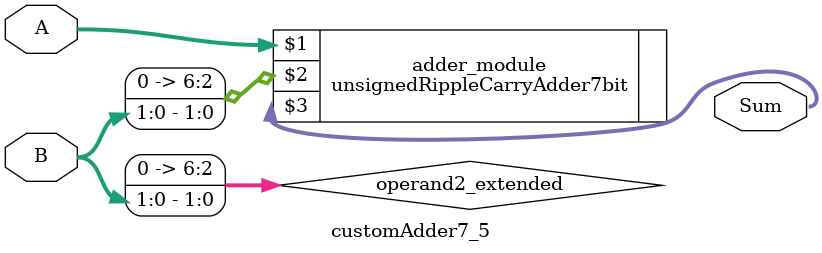
<source format=v>

module customAdder7_5(
                    input [6 : 0] A,
                    input [1 : 0] B,
                    
                    output [7 : 0] Sum
            );

    wire [6 : 0] operand2_extended;
    
    assign operand2_extended =  {5'b0, B};
    
    unsignedRippleCarryAdder7bit adder_module(
        A,
        operand2_extended,
        Sum
    );
    
endmodule
        
</source>
